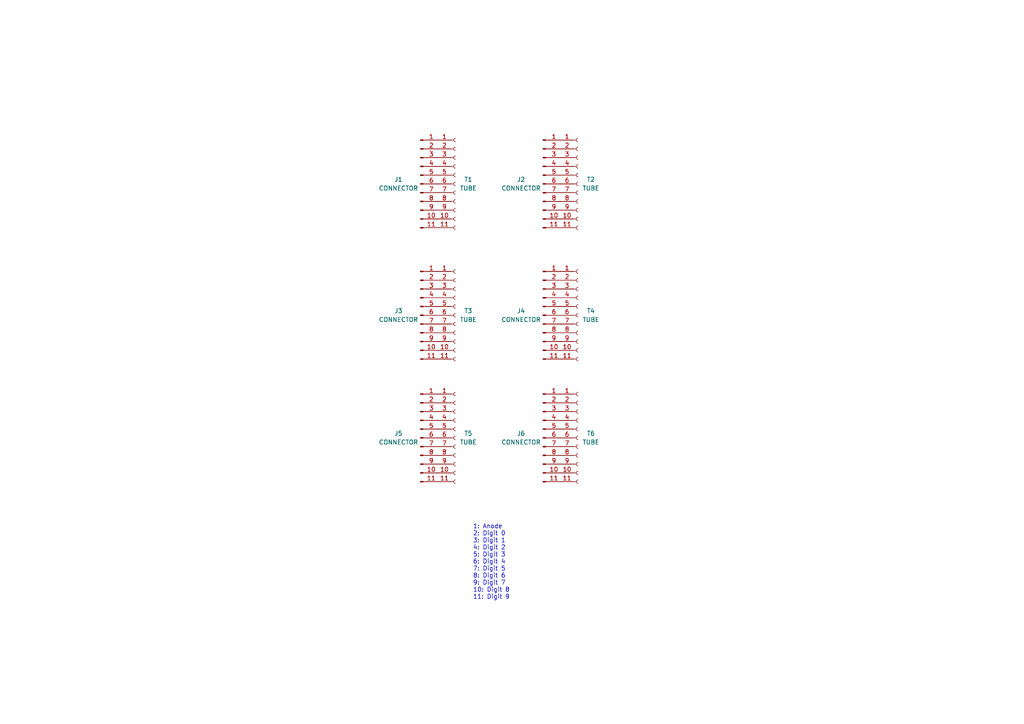
<source format=kicad_sch>
(kicad_sch (version 20211123) (generator eeschema)
  (paper "A4")
  (lib_symbols
    (symbol "Connector:Conn_01x11_Female" (pin_names (offset 1.016) hide)
      (property "Reference" "J" (at 0 15.24 0))
      (property "Value" "Conn_01x11_Female" (at 0 -15.24 0))
      (symbol "Conn_01x11_Female_1_1"
        (arc (start 0 -12.192) (mid -0.508 -12.7) (end 0 -13.208) (stroke (width 0.1524)))
        (arc (start 0 -9.652) (mid -0.508 -10.16) (end 0 -10.668) (stroke (width 0.1524)))
        (arc (start 0 -7.112) (mid -0.508 -7.62) (end 0 -8.128) (stroke (width 0.1524)))
        (arc (start 0 -4.572) (mid -0.508 -5.08) (end 0 -5.588) (stroke (width 0.1524)))
        (arc (start 0 -2.032) (mid -0.508 -2.54) (end 0 -3.048) (stroke (width 0.1524)))
        (polyline (pts (xy -1.27 -12.7) (xy -0.508 -12.7)) (stroke (width 0.1524)))
        (polyline (pts (xy -1.27 -10.16) (xy -0.508 -10.16)) (stroke (width 0.1524)))
        (polyline (pts (xy -1.27 -7.62) (xy -0.508 -7.62)) (stroke (width 0.1524)))
        (polyline (pts (xy -1.27 -5.08) (xy -0.508 -5.08)) (stroke (width 0.1524)))
        (polyline (pts (xy -1.27 -2.54) (xy -0.508 -2.54)) (stroke (width 0.1524)))
        (polyline (pts (xy -1.27 0) (xy -0.508 0)) (stroke (width 0.1524)))
        (polyline (pts (xy -1.27 2.54) (xy -0.508 2.54)) (stroke (width 0.1524)))
        (polyline (pts (xy -1.27 5.08) (xy -0.508 5.08)) (stroke (width 0.1524)))
        (polyline (pts (xy -1.27 7.62) (xy -0.508 7.62)) (stroke (width 0.1524)))
        (polyline (pts (xy -1.27 10.16) (xy -0.508 10.16)) (stroke (width 0.1524)))
        (polyline (pts (xy -1.27 12.7) (xy -0.508 12.7)) (stroke (width 0.1524)))
        (arc (start 0 0.508) (mid -0.508 0) (end 0 -0.508) (stroke (width 0.1524)))
        (arc (start 0 3.048) (mid -0.508 2.54) (end 0 2.032) (stroke (width 0.1524)))
        (arc (start 0 5.588) (mid -0.508 5.08) (end 0 4.572) (stroke (width 0.1524)))
        (arc (start 0 8.128) (mid -0.508 7.62) (end 0 7.112) (stroke (width 0.1524)))
        (arc (start 0 10.668) (mid -0.508 10.16) (end 0 9.652) (stroke (width 0.1524)))
        (arc (start 0 13.208) (mid -0.508 12.7) (end 0 12.192) (stroke (width 0.1524)))
        (pin passive line (at -5.08 12.7 0) (length 3.81) (name "Pin_1") (number "1"))
        (pin passive line (at -5.08 -10.16 0) (length 3.81) (name "Pin_10") (number "10"))
        (pin passive line (at -5.08 -12.7 0) (length 3.81) (name "Pin_11") (number "11"))
        (pin passive line (at -5.08 10.16 0) (length 3.81) (name "Pin_2") (number "2"))
        (pin passive line (at -5.08 7.62 0) (length 3.81) (name "Pin_3") (number "3"))
        (pin passive line (at -5.08 5.08 0) (length 3.81) (name "Pin_4") (number "4"))
        (pin passive line (at -5.08 2.54 0) (length 3.81) (name "Pin_5") (number "5"))
        (pin passive line (at -5.08 0 0) (length 3.81) (name "Pin_6") (number "6"))
        (pin passive line (at -5.08 -2.54 0) (length 3.81) (name "Pin_7") (number "7"))
        (pin passive line (at -5.08 -5.08 0) (length 3.81) (name "Pin_8") (number "8"))
        (pin passive line (at -5.08 -7.62 0) (length 3.81) (name "Pin_9") (number "9"))
      )
    )
    (symbol "Connector:Conn_01x11_Male" (pin_names (offset 1.016) hide)
      (property "Reference" "J" (at 0 15.24 0))
      (property "Value" "Conn_01x11_Male" (at 0 -15.24 0))
      (symbol "Conn_01x11_Male_1_1"
        (polyline (pts (xy 1.27 -12.7) (xy 0.8636 -12.7)) (stroke (width 0.1524)))
        (polyline (pts (xy 1.27 -10.16) (xy 0.8636 -10.16)) (stroke (width 0.1524)))
        (polyline (pts (xy 1.27 -7.62) (xy 0.8636 -7.62)) (stroke (width 0.1524)))
        (polyline (pts (xy 1.27 -5.08) (xy 0.8636 -5.08)) (stroke (width 0.1524)))
        (polyline (pts (xy 1.27 -2.54) (xy 0.8636 -2.54)) (stroke (width 0.1524)))
        (polyline (pts (xy 1.27 0) (xy 0.8636 0)) (stroke (width 0.1524)))
        (polyline (pts (xy 1.27 2.54) (xy 0.8636 2.54)) (stroke (width 0.1524)))
        (polyline (pts (xy 1.27 5.08) (xy 0.8636 5.08)) (stroke (width 0.1524)))
        (polyline (pts (xy 1.27 7.62) (xy 0.8636 7.62)) (stroke (width 0.1524)))
        (polyline (pts (xy 1.27 10.16) (xy 0.8636 10.16)) (stroke (width 0.1524)))
        (polyline (pts (xy 1.27 12.7) (xy 0.8636 12.7)) (stroke (width 0.1524)))
        (rectangle (start 0.8636 -12.573) (end 0 -12.827) (stroke (width 0.1524)) (fill (type outline)))
        (rectangle (start 0.8636 -10.033) (end 0 -10.287) (stroke (width 0.1524)) (fill (type outline)))
        (rectangle (start 0.8636 -7.493) (end 0 -7.747) (stroke (width 0.1524)) (fill (type outline)))
        (rectangle (start 0.8636 -4.953) (end 0 -5.207) (stroke (width 0.1524)) (fill (type outline)))
        (rectangle (start 0.8636 -2.413) (end 0 -2.667) (stroke (width 0.1524)) (fill (type outline)))
        (rectangle (start 0.8636 0.127) (end 0 -0.127) (stroke (width 0.1524)) (fill (type outline)))
        (rectangle (start 0.8636 2.667) (end 0 2.413) (stroke (width 0.1524)) (fill (type outline)))
        (rectangle (start 0.8636 5.207) (end 0 4.953) (stroke (width 0.1524)) (fill (type outline)))
        (rectangle (start 0.8636 7.747) (end 0 7.493) (stroke (width 0.1524)) (fill (type outline)))
        (rectangle (start 0.8636 10.287) (end 0 10.033) (stroke (width 0.1524)) (fill (type outline)))
        (rectangle (start 0.8636 12.827) (end 0 12.573) (stroke (width 0.1524)) (fill (type outline)))
        (pin passive line (at 5.08 12.7 180) (length 3.81) (name "Pin_1") (number "1"))
        (pin passive line (at 5.08 -10.16 180) (length 3.81) (name "Pin_10") (number "10"))
        (pin passive line (at 5.08 -12.7 180) (length 3.81) (name "Pin_11") (number "11"))
        (pin passive line (at 5.08 10.16 180) (length 3.81) (name "Pin_2") (number "2"))
        (pin passive line (at 5.08 7.62 180) (length 3.81) (name "Pin_3") (number "3"))
        (pin passive line (at 5.08 5.08 180) (length 3.81) (name "Pin_4") (number "4"))
        (pin passive line (at 5.08 2.54 180) (length 3.81) (name "Pin_5") (number "5"))
        (pin passive line (at 5.08 0 180) (length 3.81) (name "Pin_6") (number "6"))
        (pin passive line (at 5.08 -2.54 180) (length 3.81) (name "Pin_7") (number "7"))
        (pin passive line (at 5.08 -5.08 180) (length 3.81) (name "Pin_8") (number "8"))
        (pin passive line (at 5.08 -7.62 180) (length 3.81) (name "Pin_9") (number "9"))
      )
    )
  )
  (text "1: Anode\n2: Digit 0\n3: Digit 1\n4: Digit 2\n5: Digit 3\n6: Digit 4\n7: Digit 5\n8: Digit 6\n9: Digit 7\n10: Digit 8\n11: Digit 9" (at 137.16 173.99 0) (effects (font (size 1.27 1.27)) (justify left bottom)))
  (symbol (lib_id "Connector:Conn_01x11_Male") (at 121.92 53.34 0) (unit 1)
    (property "Reference" "J1" (at 115.57 52.07 0))
    (property "Value" "CONNECTOR" (at 115.57 54.61 0))
    (property "Footprint" "Connector_PinHeader_2.54mm:PinHeader_1x11_P2.54mm_Vertical" (effects hide))
  )
  (symbol (lib_id "Connector:Conn_01x11_Female") (at 132.08 53.34 0) (unit 1)
    (property "Reference" "T1" (at 134.62 52.07 0) (effects (justify left)))
    (property "Value" "TUBE" (at 133.35 54.61 0) (effects (justify left)))
  )
  (symbol (lib_id "Connector:Conn_01x11_Male") (at 157.48 53.34 0) (unit 1)
    (property "Reference" "J2" (at 151.13 52.07 0))
    (property "Value" "CONNECTOR" (at 151.13 54.61 0))
    (property "Footprint" "Connector_PinHeader_2.54mm:PinHeader_1x11_P2.54mm_Vertical" (effects hide))
  )
  (symbol (lib_id "Connector:Conn_01x11_Female") (at 167.64 53.34 0) (unit 1)
    (property "Reference" "T2" (at 170.18 52.07 0) (effects (justify left)))
    (property "Value" "TUBE" (at 168.91 54.61 0) (effects (justify left)))
  )
  (symbol (lib_id "Connector:Conn_01x11_Male") (at 121.92 91.44 0) (unit 1)
    (property "Reference" "J3" (at 115.57 90.17 0))
    (property "Value" "CONNECTOR" (at 115.57 92.71 0))
    (property "Footprint" "Connector_PinHeader_2.54mm:PinHeader_1x11_P2.54mm_Vertical" (effects hide))
  )
  (symbol (lib_id "Connector:Conn_01x11_Female") (at 132.08 91.44 0) (unit 1)
    (property "Reference" "T3" (at 134.62 90.17 0) (effects (justify left)))
    (property "Value" "TUBE" (at 133.35 92.71 0) (effects (justify left)))
  )
  (symbol (lib_id "Connector:Conn_01x11_Male") (at 157.48 91.44 0) (unit 1)
    (property "Reference" "J4" (at 151.13 90.17 0))
    (property "Value" "CONNECTOR" (at 151.13 92.71 0))
    (property "Footprint" "Connector_PinHeader_2.54mm:PinHeader_1x11_P2.54mm_Vertical" (effects hide))
  )
  (symbol (lib_id "Connector:Conn_01x11_Female") (at 167.64 91.44 0) (unit 1)
    (property "Reference" "T4" (at 170.18 90.17 0) (effects (justify left)))
    (property "Value" "TUBE" (at 168.91 92.71 0) (effects (justify left)))
  )
  (symbol (lib_id "Connector:Conn_01x11_Male") (at 121.92 127 0) (unit 1)
    (property "Reference" "J5" (at 115.57 125.73 0))
    (property "Value" "CONNECTOR" (at 115.57 128.27 0))
    (property "Footprint" "Connector_PinHeader_2.54mm:PinHeader_1x11_P2.54mm_Vertical" (effects hide))
  )
  (symbol (lib_id "Connector:Conn_01x11_Female") (at 132.08 127 0) (unit 1)
    (property "Reference" "T5" (at 134.62 125.73 0) (effects (justify left)))
    (property "Value" "TUBE" (at 133.35 128.27 0) (effects (justify left)))
  )
  (symbol (lib_id "Connector:Conn_01x11_Male") (at 157.48 127 0) (unit 1)
    (property "Reference" "J6" (at 151.13 125.73 0))
    (property "Value" "CONNECTOR" (at 151.13 128.27 0))
    (property "Footprint" "Connector_PinHeader_2.54mm:PinHeader_1x11_P2.54mm_Vertical" (effects hide))
  )
  (symbol (lib_id "Connector:Conn_01x11_Female") (at 167.64 127 0) (unit 1)
    (property "Reference" "T6" (at 170.18 125.73 0) (effects (justify left)))
    (property "Value" "TUBE" (at 168.91 128.27 0) (effects (justify left)))
  )
)
</source>
